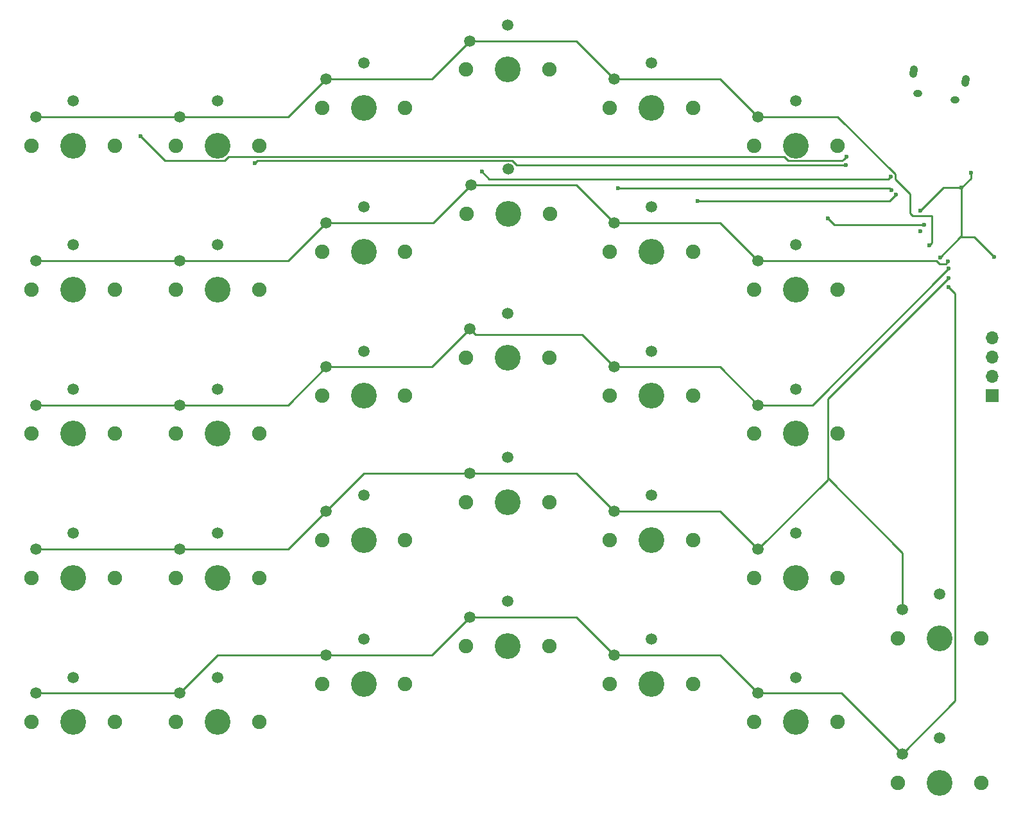
<source format=gbr>
G04 #@! TF.FileFunction,Copper,L2,Bot,Signal*
%FSLAX46Y46*%
G04 Gerber Fmt 4.6, Leading zero omitted, Abs format (unit mm)*
G04 Created by KiCad (PCBNEW 4.0.7) date Wednesday, February 06, 2019 'PMt' 10:52:11 PM*
%MOMM*%
%LPD*%
G01*
G04 APERTURE LIST*
%ADD10C,0.100000*%
%ADD11C,0.950000*%
%ADD12C,1.000000*%
%ADD13R,1.700000X1.700000*%
%ADD14O,1.700000X1.700000*%
%ADD15C,3.400000*%
%ADD16C,1.900000*%
%ADD17C,1.500000*%
%ADD18C,0.600000*%
%ADD19C,0.250000*%
G04 APERTURE END LIST*
D10*
D11*
X165187717Y-59076917D02*
X164892275Y-59024823D01*
X160263679Y-58208676D02*
X159968237Y-58156582D01*
D12*
X166541407Y-56294715D02*
X166445901Y-56836359D01*
X159647753Y-55079178D02*
X159552247Y-55620822D01*
D13*
X170000000Y-98030000D03*
D14*
X170000000Y-95490000D03*
X170000000Y-92950000D03*
X170000000Y-90410000D03*
D15*
X48750000Y-65100000D03*
D16*
X54250000Y-65100000D03*
X43250000Y-65100000D03*
D17*
X48750000Y-59200000D03*
X43800000Y-61300000D03*
D15*
X48750000Y-84100000D03*
D16*
X54250000Y-84100000D03*
X43250000Y-84100000D03*
D17*
X48750000Y-78200000D03*
X43800000Y-80300000D03*
D15*
X48750000Y-103100000D03*
D16*
X54250000Y-103100000D03*
X43250000Y-103100000D03*
D17*
X48750000Y-97200000D03*
X43800000Y-99300000D03*
D15*
X48750000Y-122100000D03*
D16*
X54250000Y-122100000D03*
X43250000Y-122100000D03*
D17*
X48750000Y-116200000D03*
X43800000Y-118300000D03*
D15*
X48750000Y-141100000D03*
D16*
X54250000Y-141100000D03*
X43250000Y-141100000D03*
D17*
X48750000Y-135200000D03*
X43800000Y-137300000D03*
D15*
X67750000Y-65100000D03*
D16*
X73250000Y-65100000D03*
X62250000Y-65100000D03*
D17*
X67750000Y-59200000D03*
X62800000Y-61300000D03*
D15*
X67750000Y-84100000D03*
D16*
X73250000Y-84100000D03*
X62250000Y-84100000D03*
D17*
X67750000Y-78200000D03*
X62800000Y-80300000D03*
D15*
X67750000Y-103100000D03*
D16*
X73250000Y-103100000D03*
X62250000Y-103100000D03*
D17*
X67750000Y-97200000D03*
X62800000Y-99300000D03*
D15*
X67750000Y-122100000D03*
D16*
X73250000Y-122100000D03*
X62250000Y-122100000D03*
D17*
X67750000Y-116200000D03*
X62800000Y-118300000D03*
D15*
X67750000Y-141100000D03*
D16*
X73250000Y-141100000D03*
X62250000Y-141100000D03*
D17*
X67750000Y-135200000D03*
X62800000Y-137300000D03*
D15*
X87050000Y-60100000D03*
D16*
X92550000Y-60100000D03*
X81550000Y-60100000D03*
D17*
X87050000Y-54200000D03*
X82100000Y-56300000D03*
D15*
X87050000Y-79100000D03*
D16*
X92550000Y-79100000D03*
X81550000Y-79100000D03*
D17*
X87050000Y-73200000D03*
X82100000Y-75300000D03*
D15*
X87050000Y-98100000D03*
D16*
X92550000Y-98100000D03*
X81550000Y-98100000D03*
D17*
X87050000Y-92200000D03*
X82100000Y-94300000D03*
D15*
X87050000Y-117100000D03*
D16*
X92550000Y-117100000D03*
X81550000Y-117100000D03*
D17*
X87050000Y-111200000D03*
X82100000Y-113300000D03*
D15*
X87050000Y-136100000D03*
D16*
X92550000Y-136100000D03*
X81550000Y-136100000D03*
D17*
X87050000Y-130200000D03*
X82100000Y-132300000D03*
D15*
X106050000Y-55100000D03*
D16*
X111550000Y-55100000D03*
X100550000Y-55100000D03*
D17*
X106050000Y-49200000D03*
X101100000Y-51300000D03*
D15*
X106150000Y-74100000D03*
D16*
X111650000Y-74100000D03*
X100650000Y-74100000D03*
D17*
X106150000Y-68200000D03*
X101200000Y-70300000D03*
D15*
X106050000Y-93100000D03*
D16*
X111550000Y-93100000D03*
X100550000Y-93100000D03*
D17*
X106050000Y-87200000D03*
X101100000Y-89300000D03*
D15*
X106050000Y-112100000D03*
D16*
X111550000Y-112100000D03*
X100550000Y-112100000D03*
D17*
X106050000Y-106200000D03*
X101100000Y-108300000D03*
D15*
X106050000Y-131100000D03*
D16*
X111550000Y-131100000D03*
X100550000Y-131100000D03*
D17*
X106050000Y-125200000D03*
X101100000Y-127300000D03*
D15*
X125050000Y-60100000D03*
D16*
X130550000Y-60100000D03*
X119550000Y-60100000D03*
D17*
X125050000Y-54200000D03*
X120100000Y-56300000D03*
D15*
X125050000Y-79100000D03*
D16*
X130550000Y-79100000D03*
X119550000Y-79100000D03*
D17*
X125050000Y-73200000D03*
X120100000Y-75300000D03*
D15*
X125050000Y-98100000D03*
D16*
X130550000Y-98100000D03*
X119550000Y-98100000D03*
D17*
X125050000Y-92200000D03*
X120100000Y-94300000D03*
D15*
X125050000Y-117100000D03*
D16*
X130550000Y-117100000D03*
X119550000Y-117100000D03*
D17*
X125050000Y-111200000D03*
X120100000Y-113300000D03*
D15*
X125050000Y-136100000D03*
D16*
X130550000Y-136100000D03*
X119550000Y-136100000D03*
D17*
X125050000Y-130200000D03*
X120100000Y-132300000D03*
D15*
X144050000Y-65100000D03*
D16*
X149550000Y-65100000D03*
X138550000Y-65100000D03*
D17*
X144050000Y-59200000D03*
X139100000Y-61300000D03*
D15*
X144050000Y-84100000D03*
D16*
X149550000Y-84100000D03*
X138550000Y-84100000D03*
D17*
X144050000Y-78200000D03*
X139100000Y-80300000D03*
D15*
X144050000Y-103100000D03*
D16*
X149550000Y-103100000D03*
X138550000Y-103100000D03*
D17*
X144050000Y-97200000D03*
X139100000Y-99300000D03*
D15*
X144050000Y-122100000D03*
D16*
X149550000Y-122100000D03*
X138550000Y-122100000D03*
D17*
X144050000Y-116200000D03*
X139100000Y-118300000D03*
D15*
X144050000Y-141100000D03*
D16*
X149550000Y-141100000D03*
X138550000Y-141100000D03*
D17*
X144050000Y-135200000D03*
X139100000Y-137300000D03*
D15*
X163050000Y-149100000D03*
D16*
X168550000Y-149100000D03*
X157550000Y-149100000D03*
D17*
X163050000Y-143200000D03*
X158100000Y-145300000D03*
D15*
X163050000Y-130100000D03*
D16*
X168550000Y-130100000D03*
X157550000Y-130100000D03*
D17*
X163050000Y-124200000D03*
X158100000Y-126300000D03*
D18*
X150727566Y-66577566D03*
X57650000Y-63900000D03*
X72700000Y-67450000D03*
X150650000Y-67700000D03*
X156575010Y-69200000D03*
X102650000Y-68550000D03*
X156679454Y-70945556D03*
X120650000Y-70700000D03*
X157304454Y-71570556D03*
X131150000Y-72400000D03*
X148300000Y-74700000D03*
X161000000Y-75574990D03*
X160500000Y-76400000D03*
X160500000Y-73700000D03*
X167150000Y-68700000D03*
X170200000Y-79800000D03*
X163100000Y-79850000D03*
X165925021Y-70678206D03*
X161725033Y-78221460D03*
X164150000Y-80400000D03*
X164200000Y-81350000D03*
X164250000Y-82550000D03*
X164250000Y-83750000D03*
D19*
X150427567Y-66877565D02*
X150727566Y-66577566D01*
X150180131Y-67125001D02*
X150427567Y-66877565D01*
X68722001Y-67125001D02*
X69247002Y-66600000D01*
X60875001Y-67125001D02*
X68722001Y-67125001D01*
X57650000Y-63900000D02*
X60875001Y-67125001D01*
X143077999Y-67125001D02*
X150180131Y-67125001D01*
X142552998Y-66600000D02*
X143077999Y-67125001D01*
X69247002Y-66600000D02*
X142552998Y-66600000D01*
X72700000Y-67450000D02*
X73025001Y-67124999D01*
X106666001Y-67124999D02*
X107241002Y-67700000D01*
X73025001Y-67124999D02*
X106666001Y-67124999D01*
X107241002Y-67700000D02*
X150650000Y-67700000D01*
X102650000Y-68550000D02*
X103599999Y-69499999D01*
X103599999Y-69499999D02*
X156275011Y-69499999D01*
X156275011Y-69499999D02*
X156575010Y-69200000D01*
X156433898Y-70700000D02*
X156679454Y-70945556D01*
X120650000Y-70700000D02*
X156433898Y-70700000D01*
X131150000Y-72400000D02*
X156475010Y-72400000D01*
X156475010Y-72400000D02*
X157304454Y-71570556D01*
X148300000Y-74700000D02*
X149174990Y-75574990D01*
X149174990Y-75574990D02*
X161000000Y-75574990D01*
X165925021Y-70678206D02*
X163521794Y-70678206D01*
X163521794Y-70678206D02*
X160500000Y-73700000D01*
X167150000Y-68700000D02*
X167150000Y-69453227D01*
X167600000Y-77200000D02*
X170200000Y-79800000D01*
X165750000Y-77200000D02*
X165925021Y-77024979D01*
X165750000Y-77200000D02*
X167600000Y-77200000D01*
X165750000Y-77200000D02*
X163100000Y-79850000D01*
X165925021Y-77024979D02*
X165925021Y-70678206D01*
X167150000Y-69453227D02*
X165925021Y-70678206D01*
X162025032Y-74400028D02*
X162025032Y-77921461D01*
X162025032Y-77921461D02*
X161725033Y-78221460D01*
X161950006Y-74325002D02*
X162025032Y-74400028D01*
X159449998Y-74325002D02*
X161950006Y-74325002D01*
X159124998Y-74000002D02*
X159449998Y-74325002D01*
X159124998Y-71499994D02*
X159124998Y-74000002D01*
X157200012Y-69575008D02*
X159124998Y-71499994D01*
X139100000Y-61300000D02*
X149600014Y-61300000D01*
X149600014Y-61300000D02*
X157200012Y-68899998D01*
X157200012Y-68899998D02*
X157200012Y-69575008D01*
X134100000Y-56300000D02*
X139100000Y-61300000D01*
X120100000Y-56300000D02*
X134100000Y-56300000D01*
X101100000Y-51300000D02*
X115100000Y-51300000D01*
X115100000Y-51300000D02*
X120100000Y-56300000D01*
X82100000Y-56300000D02*
X96100000Y-56300000D01*
X96100000Y-56300000D02*
X101100000Y-51300000D01*
X62800000Y-61300000D02*
X77100000Y-61300000D01*
X77100000Y-61300000D02*
X82100000Y-56300000D01*
X43800000Y-61300000D02*
X62800000Y-61300000D01*
X162624996Y-80300000D02*
X139100000Y-80300000D01*
X120100000Y-75300000D02*
X134100000Y-75300000D01*
X134100000Y-75300000D02*
X139100000Y-80300000D01*
X101200000Y-70300000D02*
X115100000Y-70300000D01*
X115100000Y-70300000D02*
X120100000Y-75300000D01*
X82100000Y-75300000D02*
X96200000Y-75300000D01*
X96200000Y-75300000D02*
X101200000Y-70300000D01*
X62800000Y-80300000D02*
X77100000Y-80300000D01*
X77100000Y-80300000D02*
X82100000Y-75300000D01*
X43800000Y-80300000D02*
X62800000Y-80300000D01*
X164150000Y-80400000D02*
X163850001Y-80699999D01*
X163850001Y-80699999D02*
X163024995Y-80699999D01*
X163024995Y-80699999D02*
X162624996Y-80300000D01*
X120100000Y-94300000D02*
X134100000Y-94300000D01*
X134100000Y-94300000D02*
X139100000Y-99300000D01*
X101100000Y-89300000D02*
X101849999Y-90049999D01*
X101849999Y-90049999D02*
X115849999Y-90049999D01*
X115849999Y-90049999D02*
X120100000Y-94300000D01*
X82100000Y-94300000D02*
X96100000Y-94300000D01*
X96100000Y-94300000D02*
X101100000Y-89300000D01*
X62800000Y-99300000D02*
X77100000Y-99300000D01*
X77100000Y-99300000D02*
X82100000Y-94300000D01*
X43800000Y-99300000D02*
X62800000Y-99300000D01*
X146250000Y-99300000D02*
X139100000Y-99300000D01*
X164200000Y-81350000D02*
X146250000Y-99300000D01*
X120100000Y-113300000D02*
X134100000Y-113300000D01*
X134100000Y-113300000D02*
X139100000Y-118300000D01*
X101100000Y-108300000D02*
X115100000Y-108300000D01*
X115100000Y-108300000D02*
X120100000Y-113300000D01*
X82100000Y-113300000D02*
X87100000Y-108300000D01*
X87100000Y-108300000D02*
X101100000Y-108300000D01*
X62800000Y-118300000D02*
X77100000Y-118300000D01*
X77100000Y-118300000D02*
X82100000Y-113300000D01*
X43800000Y-118300000D02*
X62800000Y-118300000D01*
X158100000Y-126300000D02*
X158100000Y-118775001D01*
X148274999Y-109125001D02*
X139100000Y-118300000D01*
X164250000Y-82550000D02*
X148274999Y-98525001D01*
X148274999Y-98525001D02*
X148274999Y-108950000D01*
X158100000Y-118775001D02*
X148274999Y-108950000D01*
X148274999Y-108950000D02*
X148274999Y-109125001D01*
X139100000Y-137300000D02*
X150100000Y-137300000D01*
X150100000Y-137300000D02*
X158100000Y-145300000D01*
X120100000Y-132300000D02*
X134100000Y-132300000D01*
X134100000Y-132300000D02*
X139100000Y-137300000D01*
X101100000Y-127300000D02*
X115100000Y-127300000D01*
X115100000Y-127300000D02*
X120100000Y-132300000D01*
X82100000Y-132300000D02*
X96100000Y-132300000D01*
X96100000Y-132300000D02*
X101100000Y-127300000D01*
X62800000Y-137300000D02*
X67800000Y-132300000D01*
X67800000Y-132300000D02*
X82100000Y-132300000D01*
X43800000Y-137300000D02*
X62800000Y-137300000D01*
X165075001Y-138324999D02*
X158100000Y-145300000D01*
X164250000Y-83750000D02*
X165075001Y-84575001D01*
X165075001Y-84575001D02*
X165075001Y-138324999D01*
M02*

</source>
